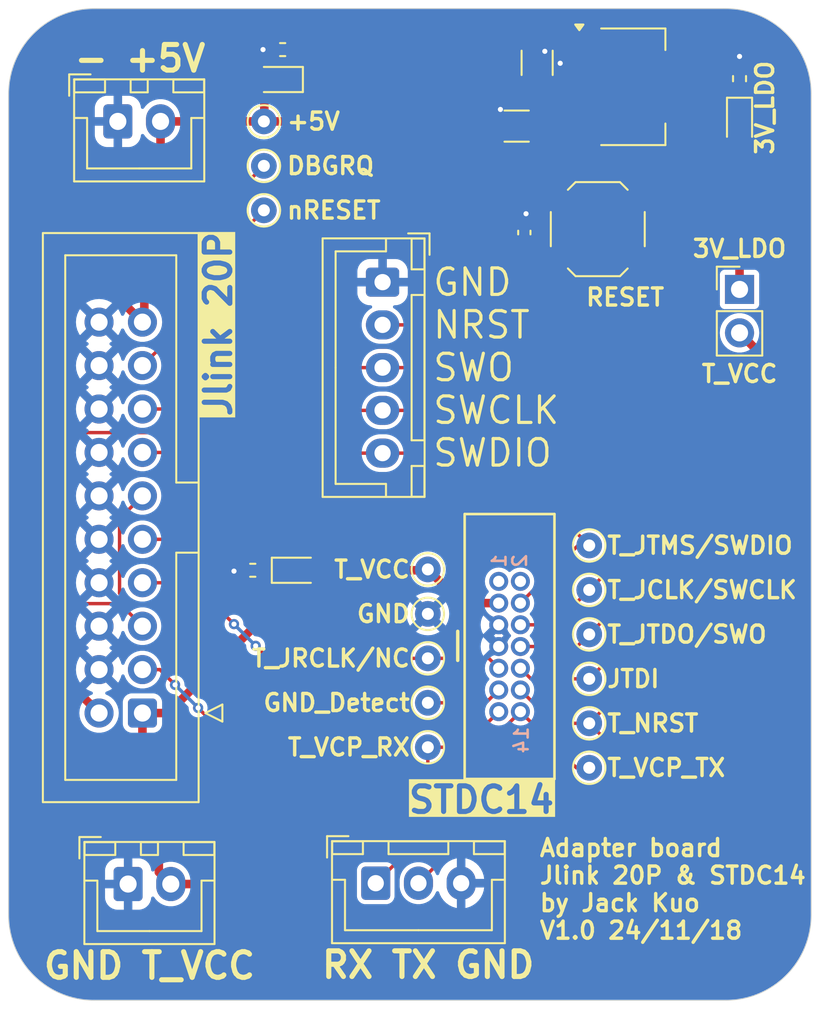
<source format=kicad_pcb>
(kicad_pcb (version 20240108) (generator "pcbnew") (generator_version "8.0")
  (title_block (title "AdapterBoard") (date "2024-11-18") (rev "1.0") (company "NTURacing") (comment 1 "Jlink 20p & STDC 14p") (comment 2 "Jack Kuo"))
  (layers (0 "F.Cu" signal) (31 "B.Cu" signal) (34 "B.Paste" user) (35 "F.Paste" user) (36 "B.SilkS" user "B.Silkscreen") (37 "F.SilkS" user "F.Silkscreen") (38 "B.Mask" user) (39 "F.Mask" user) (44 "Edge.Cuts" user))
  (net 0 "")
  (net 1 "GND")
  (net 2 "/STDIC14_JLINK20p/+5V")
  (net 3 "/STDIC14_JLINK20p/3V_LDO")
  (net 4 "Net-(D1-K)")
  (net 5 "Net-(D2-K)")
  (net 6 "/STDIC14_JLINK20p/DBGRQ")
  (net 7 "/STDIC14_JLINK20p/T_NRST")
  (net 8 "/STDIC14_JLINK20p/T_VCC")
  (net 9 "/STDIC14_JLINK20p/T_JTDI{slash}NC")
  (net 10 "/STDIC14_JLINK20p/nRESET")
  (net 11 "/STDIC14_JLINK20p/T_JCLK{slash}SWCLK")
  (net 12 "/STDIC14_JLINK20p/T_JRCLK{slash}NC")
  (net 13 "/STDIC14_JLINK20p/T_JTMS{slash}SWDIO")
  (net 14 "/STDIC14_JLINK20p/T_JTDO{slash}SWO")
  (net 15 "Net-(D3-K)")
  (net 16 "/STDIC14_JLINK20p/T_VCP_RX")
  (net 17 "/STDIC14_JLINK20p/T_VCP_TX")
  (net 19 "/STDIC14_JLINK20p/GND_Detect")
  (footprint "LED_SMD:LED_0603_1608Metric" (layer "F.Cu") (at 147.2 85.05)
    (property "Reference" "D3" (hide yes))
    (property "Value" "RED T_VCC")
    (fp_line (start -1.485 -0.735) (end -1.485 0.735) (stroke (width 0.12)) (layer "F.SilkS"))
    (fp_line (start -1.485 0.735) (end 0.8 0.735) (stroke (width 0.12)) (layer "F.SilkS"))
    (fp_line (start 0.8 -0.735) (end -1.485 -0.735) (stroke (width 0.12)) (layer "F.SilkS"))
    (pad "1" smd roundrect (at -0.7875 0) (size 0.875 0.95) (layers "F.Cu" "F.Paste" "F.Mask") (net 15 "Net-(D3-K)"))
    (pad "2" smd roundrect (at 0.7875 0) (size 0.875 0.95) (layers "F.Cu" "F.Paste" "F.Mask") (net 8 "/STDIC14_JLINK20p/T_VCC"))
  )
  (footprint "Connector_JST:JST_XH_B2B-XH-A_1x02_P2.50mm_Vertical" (layer "F.Cu") (at 137.3 103.4)
    (property "Reference" "J11" (hide yes))
    (property "Value" "T_VCC")
    (fp_line (start -2.85 -2.75) (end -2.85 -1.5) (stroke (width 0.12)) (layer "F.SilkS"))
    (fp_line (start -2.56 -2.46) (end -2.56 3.51) (stroke (width 0.12)) (layer "F.SilkS"))
    (fp_line (start -2.56 3.51) (end 5.06 3.51) (stroke (width 0.12)) (layer "F.SilkS"))
    (fp_line (start -2.55 -2.45) (end -2.55 -1.7) (stroke (width 0.12)) (layer "F.SilkS"))
    (fp_line (start -2.55 -1.7) (end -0.75 -1.7) (stroke (width 0.12)) (layer "F.SilkS"))
    (fp_line (start -2.55 -0.2) (end -1.8 -0.2) (stroke (width 0.12)) (layer "F.SilkS"))
    (fp_line (start -1.8 -0.2) (end -1.8 2.75) (stroke (width 0.12)) (layer "F.SilkS"))
    (fp_line (start -1.8 2.75) (end 1.25 2.75) (stroke (width 0.12)) (layer "F.SilkS"))
    (fp_line (start -1.6 -2.75) (end -2.85 -2.75) (stroke (width 0.12)) (layer "F.SilkS"))
    (fp_line (start -0.75 -2.45) (end -2.55 -2.45) (stroke (width 0.12)) (layer "F.SilkS"))
    (fp_line (start -0.75 -1.7) (end -0.75 -2.45) (stroke (width 0.12)) (layer "F.SilkS"))
    (fp_line (start 0.75 -2.45) (end 0.75 -1.7) (stroke (width 0.12)) (layer "F.SilkS"))
    (fp_line (start 0.75 -1.7) (end 1.75 -1.7) (stroke (width 0.12)) (layer "F.SilkS"))
    (fp_line (start 1.75 -2.45) (end 0.75 -2.45) (stroke (width 0.12)) (layer "F.SilkS"))
    (fp_line (start 1.75 -1.7) (end 1.75 -2.45) (stroke (width 0.12)) (layer "F.SilkS"))
    (fp_line (start 3.25 -2.45) (end 3.25 -1.7) (stroke (width 0.12)) (layer "F.SilkS"))
    (fp_line (start 3.25 -1.7) (end 5.05 -1.7) (stroke (width 0.12)) (layer "F.SilkS"))
    (fp_line (start 4.3 -0.2) (end 4.3 2.75) (stroke (width 0.12)) (layer "F.SilkS"))
    (fp_line (start 4.3 2.75) (end 1.25 2.75) (stroke (width 0.12)) (layer "F.SilkS"))
    (fp_line (start 5.05 -2.45) (end 3.25 -2.45) (stroke (width 0.12)) (layer "F.SilkS"))
    (fp_line (start 5.05 -1.7) (end 5.05 -2.45) (stroke (width 0.12)) (layer "F.SilkS"))
    (fp_line (start 5.05 -0.2) (end 4.3 -0.2) (stroke (width 0.12)) (layer "F.SilkS"))
    (fp_line (start 5.06 -2.46) (end -2.56 -2.46) (stroke (width 0.12)) (layer "F.SilkS"))
    (fp_line (start 5.06 3.51) (end 5.06 -2.46) (stroke (width 0.12)) (layer "F.SilkS"))
    (pad "1" thru_hole roundrect (at 0 0) (size 1.7 2) (drill 1) (layers "*.Cu" "*.Mask") (roundrect_rratio 0.147059) (net 1 "GND"))
    (pad "2" thru_hole oval (at 2.5 0) (size 1.7 2) (drill 1) (layers "*.Cu" "*.Mask") (net 8 "/STDIC14_JLINK20p/T_VCC"))
  )
  (footprint "Capacitor_SMD:C_0402_1005Metric" (layer "F.Cu") (at 160.5 65.3 90)
    (property "Reference" "C3" (hide yes))
    (property "Value" "0u1")
    (fp_line (start -0.107836 -0.36) (end 0.107836 -0.36) (stroke (width 0.12)) (layer "F.SilkS"))
    (fp_line (start -0.107836 0.36) (end 0.107836 0.36) (stroke (width 0.12)) (layer "F.SilkS"))
    (pad "1" smd roundrect (at -0.48 0 90) (size 0.56 0.62) (layers "F.Cu" "F.Paste" "F.Mask") (net 7 "/STDIC14_JLINK20p/T_NRST"))
    (pad "2" smd roundrect (at 0.48 0 90) (size 0.56 0.62) (layers "F.Cu" "F.Paste" "F.Mask") (net 1 "GND"))
  )
  (footprint "TestPoint:TestPoint_THTPad_D1.5mm_Drill0.7mm" (layer "F.Cu") (at 164.3 83.6)
    (property "Reference" "TP8" (hide yes))
    (property "Value" "T_JTMS/SWDIO")
    (fp_circle (center 0 0) (end 0 0.95) (stroke (width 0.12)) (fill none) (layer "F.SilkS"))
    (pad "1" thru_hole circle (at 0 0) (size 1.5 1.5) (drill 0.7) (layers "*.Cu" "*.Mask") (net 13 "/STDIC14_JLINK20p/T_JTMS{slash}SWDIO"))
  )
  (footprint "TestPoint:TestPoint_THTPad_D1.5mm_Drill0.7mm" (layer "F.Cu") (at 154.85 85)
    (property "Reference" "TP1" (hide yes))
    (property "Value" "T_VCC")
    (fp_circle (center 0 0) (end 0 0.95) (stroke (width 0.12)) (fill none) (layer "F.SilkS"))
    (pad "1" thru_hole circle (at 0 0) (size 1.5 1.5) (drill 0.7) (layers "*.Cu" "*.Mask") (net 8 "/STDIC14_JLINK20p/T_VCC"))
  )
  (footprint "TestPoint:TestPoint_THTPad_D1.5mm_Drill0.7mm" (layer "F.Cu") (at 164.3 86.2)
    (property "Reference" "TP9" (hide yes))
    (property "Value" "T_JCLK/SWCLK")
    (fp_circle (center 0 0) (end 0 0.95) (stroke (width 0.12)) (fill none) (layer "F.SilkS"))
    (pad "1" thru_hole circle (at 0 0) (size 1.5 1.5) (drill 0.7) (layers "*.Cu" "*.Mask") (net 11 "/STDIC14_JLINK20p/T_JCLK{slash}SWCLK"))
  )
  (footprint "Resistor_SMD:R_0402_1005Metric" (layer "F.Cu") (at 146.35 54.6 180)
    (property "Reference" "R2" (hide yes))
    (property "Value" "1k")
    (fp_line (start -0.153641 0.38) (end 0.153641 0.38) (stroke (width 0.12)) (layer "F.SilkS"))
    (fp_line (start -0.153641 -0.38) (end 0.153641 -0.38) (stroke (width 0.12)) (layer "F.SilkS"))
    (pad "1" smd roundrect (at -0.51 0 180) (size 0.54 0.64) (layers "F.Cu" "F.Paste" "F.Mask") (net 5 "Net-(D2-K)"))
    (pad "2" smd roundrect (at 0.51 0 180) (size 0.54 0.64) (layers "F.Cu" "F.Paste" "F.Mask") (net 1 "GND"))
  )
  (footprint "Connector_JST:JST_XH_B5B-XH-A_1x05_P2.50mm_Vertical" (layer "F.Cu") (at 152.2 68.2 -90)
    (property "Reference" "J2" (hide yes))
    (property "Value" "SWD")
    (fp_line (start -2.56 3.51) (end 12.56 3.51) (stroke (width 0.12)) (layer "F.SilkS"))
    (fp_line (start 12.56 3.51) (end 12.56 -2.46) (stroke (width 0.12)) (layer "F.SilkS"))
    (fp_line (start -1.8 2.75) (end 5 2.75) (stroke (width 0.12)) (layer "F.SilkS"))
    (fp_line (start 11.8 2.75) (end 5 2.75) (stroke (width 0.12)) (layer "F.SilkS"))
    (fp_line (start -2.55 -0.2) (end -1.8 -0.2) (stroke (width 0.12)) (layer "F.SilkS"))
    (fp_line (start -1.8 -0.2) (end -1.8 2.75) (stroke (width 0.12)) (layer "F.SilkS"))
    (fp_line (start 11.8 -0.2) (end 11.8 2.75) (stroke (width 0.12)) (layer "F.SilkS"))
    (fp_line (start 12.55 -0.2) (end 11.8 -0.2) (stroke (width 0.12)) (layer "F.SilkS"))
    (fp_line (start -2.55 -1.7) (end -0.75 -1.7) (stroke (width 0.12)) (layer "F.SilkS"))
    (fp_line (start -0.75 -1.7) (end -0.75 -2.45) (stroke (width 0.12)) (layer "F.SilkS"))
    (fp_line (start 0.75 -1.7) (end 9.25 -1.7) (stroke (width 0.12)) (layer "F.SilkS"))
    (fp_line (start 9.25 -1.7) (end 9.25 -2.45) (stroke (width 0.12)) (layer "F.SilkS"))
    (fp_line (start 10.75 -1.7) (end 12.55 -1.7) (stroke (width 0.12)) (layer "F.SilkS"))
    (fp_line (start 12.55 -1.7) (end 12.55 -2.45) (stroke (width 0.12)) (layer "F.SilkS"))
    (fp_line (start -2.55 -2.45) (end -2.55 -1.7) (stroke (width 0.12)) (layer "F.SilkS"))
    (fp_line (start -0.75 -2.45) (end -2.55 -2.45) (stroke (width 0.12)) (layer "F.SilkS"))
    (fp_line (start 0.75 -2.45) (end 0.75 -1.7) (stroke (width 0.12)) (layer "F.SilkS"))
    (fp_line (start 9.25 -2.45) (end 0.75 -2.45) (stroke (width 0.12)) (layer "F.SilkS"))
    (fp_line (start 10.75 -2.45) (end 10.75 -1.7) (stroke (width 0.12)) (layer "F.SilkS"))
    (fp_line (start 12.55 -2.45) (end 10.75 -2.45) (stroke (width 0.12)) (layer "F.SilkS"))
    (fp_line (start -2.56 -2.46) (end -2.56 3.51) (stroke (width 0.12)) (layer "F.SilkS"))
    (fp_line (start 12.56 -2.46) (end -2.56 -2.46) (stroke (width 0.12)) (layer "F.SilkS"))
    (fp_line (start -2.85 -2.75) (end -2.85 -1.5) (stroke (width 0.12)) (layer "F.SilkS"))
    (fp_line (start -1.6 -2.75) (end -2.85 -2.75) (stroke (width 0.12)) (layer "F.SilkS"))
    (pad "1" thru_hole roundrect (at 0 0 270) (size 1.7 1.95) (drill 0.95) (layers "*.Cu" "*.Mask") (roundrect_rratio 0.147059) (net 1 "GND"))
    (pad "2" thru_hole oval (at 2.5 0 270) (size 1.7 1.95) (drill 0.95) (layers "*.Cu" "*.Mask") (net 7 "/STDIC14_JLINK20p/T_NRST"))
    (pad "3" thru_hole oval (at 5 0 270) (size 1.7 1.95) (drill 0.95) (layers "*.Cu" "*.Mask") (net 14 "/STDIC14_JLINK20p/T_JTDO{slash}SWO"))
    (pad "4" thru_hole oval (at 7.5 0 270) (size 1.7 1.95) (drill 0.95) (layers "*.Cu" "*.Mask") (net 11 "/STDIC14_JLINK20p/T_JCLK{slash}SWCLK"))
    (pad "5" thru_hole oval (at 10 0 270) (size 1.7 1.95) (drill 0.95) (layers "*.Cu" "*.Mask") (net 13 "/STDIC14_JLINK20p/T_JTMS{slash}SWDIO"))
  )
  (footprint "TestPoint:TestPoint_THTPad_D1.5mm_Drill0.7mm" (layer "F.Cu") (at 164.3 91.4)
    (property "Reference" "TP12" (hide yes))
    (property "Value" "T_JTDI/NC")
    (fp_circle (center 0 0) (end 0 0.95) (stroke (width 0.12)) (fill none) (layer "F.SilkS"))
    (pad "1" thru_hole circle (at 0 0) (size 1.5 1.5) (drill 0.7) (layers "*.Cu" "*.Mask") (net 9 "/STDIC14_JLINK20p/T_JTDI{slash}NC"))
  )
  (footprint "TestPoint:TestPoint_THTPad_D1.5mm_Drill0.7mm" (layer "F.Cu") (at 154.85 95.4)
    (property "Reference" "TP5" (hide yes))
    (property "Value" "T_VCP_RX")
    (fp_circle (center 0 0) (end 0 0.95) (stroke (width 0.12)) (fill none) (layer "F.SilkS"))
    (pad "1" thru_hole circle (at 0 0) (size 1.5 1.5) (drill 0.7) (layers "*.Cu" "*.Mask") (net 16 "/STDIC14_JLINK20p/T_VCP_RX"))
  )
  (footprint "Resistor_SMD:R_0402_1005Metric" (layer "F.Cu") (at 173.1 56.3 90)
    (property "Reference" "R1" (hide yes))
    (property "Value" "1k")
    (fp_line (start -0.153641 -0.38) (end 0.153641 -0.38) (stroke (width 0.12)) (layer "F.SilkS"))
    (fp_line (start -0.153641 0.38) (end 0.153641 0.38) (stroke (width 0.12)) (layer "F.SilkS"))
    (pad "1" smd roundrect (at -0.51 0 90) (size 0.54 0.64) (layers "F.Cu" "F.Paste" "F.Mask") (net 4 "Net-(D1-K)"))
    (pad "2" smd roundrect (at 0.51 0 90) (size 0.54 0.64) (layers "F.Cu" "F.Paste" "F.Mask") (net 1 "GND"))
  )
  (footprint "Connector_IDC:IDC-Header_2x10_P2.54mm_Vertical" (layer "F.Cu") (at 138.14 93.4 180)
    (property "Reference" "J1" (hide yes))
    (property "Value" "Jlink20p")
    (fp_line (start 5.83 28.07) (end -3.29 28.07) (stroke (width 0.12)) (layer "F.SilkS"))
    (fp_line (start 5.83 -5.21) (end 5.83 28.07) (stroke (width 0.12)) (layer "F.SilkS"))
    (fp_line (start 4.52 26.77) (end -1.98 26.77) (stroke (width 0.12)) (layer "F.SilkS"))
    (fp_line (start 4.52 -3.91) (end 4.52 26.77) (stroke (width 0.12)) (layer "F.SilkS"))
    (fp_line (start -1.98 26.77) (end -1.98 13.48) (stroke (width 0.12)) (layer "F.SilkS"))
    (fp_line (start -1.98 13.48) (end -1.98 13.48) (stroke (width 0.12)) (layer "F.SilkS"))
    (fp_line (start -1.98 13.48) (end -3.29 13.48) (stroke (width 0.12)) (layer "F.SilkS"))
    (fp_line (start -1.98 9.38) (end -1.98 -3.91) (stroke (width 0.12)) (layer "F.SilkS"))
    (fp_line (start -1.98 -3.91) (end 4.52 -3.91) (stroke (width 0.12)) (layer "F.SilkS"))
    (fp_line (start -3.29 28.07) (end -3.29 -5.21) (stroke (width 0.12)) (layer "F.SilkS"))
    (fp_line (start -3.29 9.38) (end -1.98 9.38) (stroke (width 0.12)) (layer "F.SilkS"))
    (fp_line (start -3.29 -5.21) (end 5.83 -5.21) (stroke (width 0.12)) (layer "F.SilkS"))
    (fp_line (start -3.68 0) (end -4.68 -0.5) (stroke (width 0.12)) (layer "F.SilkS"))
    (fp_line (start -4.68 0.5) (end -3.68 0) (stroke (width 0.12)) (layer "F.SilkS"))
    (fp_line (start -4.68 -0.5) (end -4.68 0.5) (stroke (width 0.12)) (layer "F.SilkS"))
    (pad "1" thru_hole roundrect (at 0 0 180) (size 1.7 1.7) (drill 1) (layers "*.Cu" "*.Mask") (roundrect_rratio 0.147059) (net 8 "/STDIC14_JLINK20p/T_VCC"))
    (pad "2" thru_hole circle (at 2.54 0 180) (size 1.7 1.7) (drill 1) (layers "*.Cu" "*.Mask") (net 2 "/STDIC14_JLINK20p/+5V"))
    (pad "3" thru_hole circle (at 0 2.54 180) (size 1.7 1.7) (drill 1) (layers "*.Cu" "*.Mask") (net 7 "/STDIC14_JLINK20p/T_NRST"))
    (pad "4" thru_hole circle (at 2.54 2.54 180) (size 1.7 1.7) (drill 1) (layers "*.Cu" "*.Mask") (net 1 "GND"))
    (pad "5" thru_hole circle (at 0 5.08 180) (size 1.7 1.7) (drill 1) (layers "*.Cu" "*.Mask") (net 9 "/STDIC14_JLINK20p/T_JTDI{slash}NC"))
    (pad "6" thru_hole circle (at 2.54 5.08 180) (size 1.7 1.7) (drill 1) (layers "*.Cu" "*.Mask") (net 1 "GND"))
    (pad "7" thru_hole circle (at 0 7.62 180) (size 1.7 1.7) (drill 1) (layers "*.Cu" "*.Mask") (net 13 "/STDIC14_JLINK20p/T_JTMS{slash}SWDIO"))
    (pad "8" thru_hole circle (at 2.54 7.62 180) (size 1.7 1.7) (drill 1) (layers "*.Cu" "*.Mask") (net 1 "GND"))
    (pad "9" thru_hole circle (at 0 10.16 180) (size 1.7 1.7) (drill 1) (layers "*.Cu" "*.Mask") (net 11 "/STDIC14_JLINK20p/T_JCLK{slash}SWCLK"))
    (pad "10" thru_hole circle (at 2.54 10.16 180) (size 1.7 1.7) (drill 1) (layers "*.Cu" "*.Mask") (net 1 "GND"))
    (pad "11" thru_hole circle (at 0 12.7 180) (size 1.7 1.7) (drill 1) (layers "*.Cu" "*.Mask") (net 12 "/STDIC14_JLINK20p/T_JRCLK{slash}NC"))
    (pad "12" thru_hole circle (at 2.54 12.7 180) (size 1.7 1.7) (drill 1) (layers "*.Cu" "*.Mask") (net 1 "GND"))
    (pad "13" thru_hole circle (at 0 15.24 180) (size 1.7 1.7) (drill 1) (layers "*.Cu" "*.Mask") (net 14 "/STDIC14_JLINK20p/T_JTDO{slash}SWO"))
    (pad "14" thru_hole circle (at 2.54 15.24 180) (size 1.7 1.7) (drill 1) (layers "*.Cu" "*.Mask") (net 1 "GND"))
    (pad "15" thru_hole circle (at 0 17.78 180) (size 1.7 1.7) (drill 1) (layers "*.Cu" "*.Mask") (net 10 "/STDIC14_JLINK20p/nRESET"))
    (pad "16" thru_hole circle (at 2.54 17.78 180) (size 1.7 1.7) (drill 1) (layers "*.Cu" "*.Mask") (net 1 "GND"))
    (pad "17" thru_hole circle (at 0 20.32 180) (size 1.7 1.7) (drill 1) (layers "*.Cu" "*.Mask") (net 6 "/STDIC14_JLINK20p/DBGRQ"))
    (pad "18" thru_hole circle (at 2.54 20.32 180) (size 1.7 1.7) (drill 1) (layers "*.Cu" "*.Mask") (net 1 "GND"))
    (pad "19" thru_hole circle (at 0 22.86 180) (size 1.7 1.7) (drill 1) (layers "*.Cu" "*.Mask") (net 2 "/STDIC14_JLINK20p/+5V"))
    (pad "20" thru_hole circle (at 2.54 22.86 180) (size 1.7 1.7) (drill 1) (layers "*.Cu" "*.Mask") (net 1 "GND"))
  )
  (footprint "TestPoint:TestPoint_THTPad_D1.5mm_Drill0.7mm" (layer "F.Cu") (at 164.3 94)
    (property "Reference" "TP11" (hide yes))
    (property "Value" "T_NRST")
    (fp_circle (center 0 0) (end 0 0.95) (stroke (width 0.12)) (fill none) (layer "F.SilkS"))
    (pad "1" thru_hole circle (at 0 0) (size 1.5 1.5) (drill 0.7) (layers "*.Cu" "*.Mask") (net 7 "/STDIC14_JLINK20p/T_NRST"))
  )
  (footprint "LED_SMD:LED_0603_1608Metric" (layer "F.Cu") (at 173.1 58.9 -90)
    (property "Reference" "D1" (hide yes))
    (property "Value" "RED 3V3")
    (fp_line (start -1.485 0.735) (end 0.8 0.735) (stroke (width 0.12)) (layer "F.SilkS"))
    (fp_line (start -1.485 -0.735) (end -1.485 0.735) (stroke (width 0.12)) (layer "F.SilkS"))
    (fp_line (start 0.8 -0.735) (end -1.485 -0.735) (stroke (width 0.12)) (layer "F.SilkS"))
    (pad "1" smd roundrect (at -0.7875 0 270) (size 0.875 0.95) (layers "F.Cu" "F.Paste" "F.Mask") (net 4 "Net-(D1-K)"))
    (pad "2" smd roundrect (at 0.7875 0 270) (size 0.875 0.95) (layers "F.Cu" "F.Paste" "F.Mask") (net 3 "/STDIC14_JLINK20p/3V_LDO"))
  )
  (footprint "TestPoint:TestPoint_THTPad_D1.5mm_Drill0.7mm" (layer "F.Cu") (at 164.3 88.8)
    (property "Reference" "TP10" (hide yes))
    (property "Value" "T_JTDO/SWO")
    (fp_circle (center 0 0) (end 0 0.95) (stroke (width 0.12)) (fill none) (layer "F.SilkS"))
    (pad "1" thru_hole circle (at 0 0) (size 1.5 1.5) (drill 0.7) (layers "*.Cu" "*.Mask") (net 14 "/STDIC14_JLINK20p/T_JTDO{slash}SWO"))
  )
  (footprint "Resistor_SMD:R_0402_1005Metric" (layer "F.Cu") (at 144.6 85.05 180)
    (property "Reference" "R3" (hide yes))
    (property "Value" "1k")
    (fp_line (start -0.153641 0.38) (end 0.153641 0.38) (stroke (width 0.12)) (layer "F.SilkS"))
    (fp_line (start -0.153641 -0.38) (end 0.153641 -0.38) (stroke (width 0.12)) (layer "F.SilkS"))
    (pad "1" smd roundrect (at -0.51 0 180) (size 0.54 0.64) (layers "F.Cu" "F.Paste" "F.Mask") (net 15 "Net-(D3-K)"))
    (pad "2" smd roundrect (at 0.51 0 180) (size 0.54 0.64) (layers "F.Cu" "F.Paste" "F.Mask") (net 1 "GND"))
  )
  (footprint "Package_TO_SOT_SMD:SOT-223-3_TabPin2" (layer "F.Cu") (at 166.85 56.775)
    (property "Reference" "U1" (hide yes))
    (property "Value" "AMS1117-3.3")
    (fp_line (start -1.85 -3.41) (end 1.91 -3.41) (stroke (width 0.12)) (layer "F.SilkS"))
    (fp_line (start -1.85 3.41) (end 1.91 3.41) (stroke (width 0.12)) (layer "F.SilkS"))
    (fp_line (start 1.91 -3.41) (end 1.91 -2.15) (stroke (width 0.12)) (layer "F.SilkS"))
    (fp_line (start 1.91 3.41) (end 1.91 2.15) (stroke (width 0.12)) (layer "F.SilkS"))
    (fp_poly (pts (xy -3.13 -3.31) (xy -3.37 -3.64) (xy -2.89 -3.64) (xy -3.13 -3.31)) (stroke (width 0.12)) (fill solid) (layer "F.SilkS"))
    (pad "1" smd roundrect (at -3.15 -2.3) (size 2 1.5) (layers "F.Cu" "F.Paste" "F.Mask") (net 1 "GND"))
    (pad "2" smd roundrect (at -3.15 0) (size 2 1.5) (layers "F.Cu" "F.Paste" "F.Mask") (net 3 "/STDIC14_JLINK20p/3V_LDO"))
    (pad "2" smd roundrect (at 3.15 0) (size 2 3.8) (layers "F.Cu" "F.Paste" "F.Mask") (net 3 "/STDIC14_JLINK20p/3V_LDO"))
    (pad "3" smd roundrect (at -3.15 2.3) (size 2 1.5) (layers "F.Cu" "F.Paste" "F.Mask") (net 2 "/STDIC14_JLINK20p/+5V"))
  )
  (footprint "Connector_JST:JST_XH_B2B-XH-A_1x02_P2.50mm_Vertical" (layer "F.Cu") (at 136.7 58.8)
    (property "Reference" "J13" (hide yes))
    (property "Value" "5V")
    (fp_line (start -2.85 -2.75) (end -2.85 -1.5) (stroke (width 0.12)) (layer "F.SilkS"))
    (fp_line (start -2.56 -2.46) (end -2.56 3.51) (stroke (width 0.12)) (layer "F.SilkS"))
    (fp_line (start -2.56 3.51) (end 5.06 3.51) (stroke (width 0.12)) (layer "F.SilkS"))
    (fp_line (start -2.55 -2.45) (end -2.55 -1.7) (stroke (width 0.12)) (layer "F.SilkS"))
    (fp_line (start -2.55 -1.7) (end -0.75 -1.7) (stroke (width 0.12)) (layer "F.SilkS"))
    (fp_line (start -2.55 -0.2) (end -1.8 -0.2) (stroke (width 0.12)) (layer "F.SilkS"))
    (fp_line (start -1.8 -0.2) (end -1.8 2.75) (stroke (width 0.12)) (layer "F.SilkS"))
    (fp_line (start -1.8 2.75) (end 1.25 2.75) (stroke (width 0.12)) (layer "F.SilkS"))
    (fp_line (start -1.6 -2.75) (end -2.85 -2.75) (stroke (width 0.12)) (layer "F.SilkS"))
    (fp_line (start -0.75 -2.45) (end -2.55 -2.45) (stroke (width 0.12)) (layer "F.SilkS"))
    (fp_line (start -0.75 -1.7) (end -0.75 -2.45) (stroke (width 0.12)) (layer "F.SilkS"))
    (fp_line (start 0.75 -2.45) (end 0.75 -1.7) (stroke (width 0.12)) (layer "F.SilkS"))
    (fp_line (start 0.75 -1.7) (end 1.75 -1.7) (stroke (width 0.12)) (layer "F.SilkS"))
    (fp_line (start 1.75 -2.45) (end 0.75 -2.45) (stroke (width 0.12)) (layer "F.SilkS"))
    (fp_line (start 1.75 -1.7) (end 1.75 -2.45) (stroke (width 0.12)) (layer "F.SilkS"))
    (fp_line (start 3.25 -2.45) (end 3.25 -1.7) (stroke (width 0.12)) (layer "F.SilkS"))
    (fp_line (start 3.25 -1.7) (end 5.05 -1.7) (stroke (width 0.12)) (layer "F.SilkS"))
    (fp_line (start 4.3 -0.2) (end 4.3 2.75) (stroke (width 0.12)) (layer "F.SilkS"))
    (fp_line (start 4.3 2.75) (end 1.25 2.75) (stroke (width 0.12)) (layer "F.SilkS"))
    (fp_line (start 5.05 -2.45) (end 3.25 -2.45) (stroke (width 0.12)) (layer "F.SilkS"))
    (fp_line (start 5.05 -1.7) (end 5.05 -2.45) (stroke (width 0.12)) (layer "F.SilkS"))
    (fp_line (start 5.05 -0.2) (end 4.3 -0.2) (stroke (width 0.12)) (layer "F.SilkS"))
    (fp_line (start 5.06 -2.46) (end -2.56 -2.46) (stroke (width 0.12)) (layer "F.SilkS"))
    (fp_line (start 5.06 3.51) (end 5.06 -2.46) (stroke (width 0.12)) (layer "F.SilkS"))
    (pad "1" thru_hole roundrect (at 0 0) (size 1.7 2) (drill 1) (layers "*.Cu" "*.Mask") (roundrect_rratio 0.147059) (net 1 "GND"))
    (pad "2" thru_hole oval (at 2.5 0) (size 1.7 2) (drill 1) (layers "*.Cu" "*.Mask") (net 2 "/STDIC14_JLINK20p/+5V"))
  )
  (footprint "TestPoint:TestPoint_THTPad_D1.5mm_Drill0.7mm" (layer "F.Cu") (at 154.85 92.8)
    (property "Reference" "TP4" (hide yes))
    (property "Value" "GND_DETECT")
    (fp_circle (center 0 0) (end 0 0.95) (stroke (width 0.12)) (fill none) (layer "F.SilkS"))
    (pad "1" thru_hole circle (at 0 0) (size 1.5 1.5) (drill 0.7) (layers "*.Cu" "*.Mask") (net 19 "/STDIC14_JLINK20p/GND_Detect"))
  )
  (footprint "TestPoint:TestPoint_THTPad_D1.5mm_Drill0.7mm" (layer "F.Cu") (at 154.85 87.6)
    (property "Reference" "TP2" (hide yes))
    (property "Value" "T_VCC")
    (fp_circle (center 0 0) (end 0 0.95) (stroke (width 0.12)) (fill none) (layer "F.SilkS"))
    (pad "1" thru_hole circle (at 0 0) (size 1.5 1.5) (drill 0.7) (layers "*.Cu" "*.Mask") (net 1 "GND"))
  )
  (footprint "LED_SMD:LED_0603_1608Metric" (layer "F.Cu") (at 146.05 56.35 180)
    (property "Reference" "D2" (hide yes))
    (property "Value" "RED 5V")
    (fp_line (start 0.8 -0.735) (end -1.485 -0.735) (stroke (width 0.12)) (layer "F.SilkS"))
    (fp_line (start -1.485 0.735) (end 0.8 0.735) (stroke (width 0.12)) (layer "F.SilkS"))
    (fp_line (start -1.485 -0.735) (end -1.485 0.735) (stroke (width 0.12)) (layer "F.SilkS"))
    (pad "1" smd roundrect (at -0.7875 0 180) (size 0.875 0.95) (layers "F.Cu" "F.Paste" "F.Mask") (net 5 "Net-(D2-K)"))
    (pad "2" smd roundrect (at 0.7875 0 180) (size 0.875 0.95) (layers "F.Cu" "F.Paste" "F.Mask") (net 2 "/STDIC14_JLINK20p/+5V"))
  )
  (footprint "TestPoint:TestPoint_THTPad_D1.5mm_Drill0.7mm" (layer "F.Cu") (at 145.25 58.8)
    (property "Reference" "TP16" (hide yes))
    (property "Value" "+5V")
    (fp_circle (center 0 0) (end 0 0.95) (stroke (width 0.12)) (fill none) (layer "F.SilkS"))
    (pad "1" thru_hole circle (at 0 0) (size 1.5 1.5) (drill 0.7) (layers "*.Cu" "*.Mask") (net 2 "/STDIC14_JLINK20p/+5V"))
  )
  (footprint "TestPoint:TestPoint_THTPad_D1.5mm_Drill0.7mm" (layer "F.Cu") (at 164.3 96.6)
    (property "Reference" "TP13" (hide yes))
    (property "Value" "T_VCP_TX")
    (fp_circle (center 0 0) (end 0 0.95) (stroke (width 0.12)) (fill none) (layer "F.SilkS"))
    (pad "1" thru_hole circle (at 0 0) (size 1.5 1.5) (drill 0.7) (layers "*.Cu" "*.Mask") (net 17 "/STDIC14_JLINK20p/T_VCP_TX"))
  )
  (footprint "TestPoint:TestPoint_THTPad_D1.5mm_Drill0.7mm" (layer "F.Cu") (at 145.25 64)
    (property "Reference" "TP14" (hide yes))
    (property "Value" "nRESET")
    (fp_circle (center 0 0) (end 0 0.95) (stroke (width 0.12)) (fill none) (layer "F.SilkS"))
    (pad "1" thru_hole circle (at 0 0) (size 1.5 1.5) (drill 0.7) (layers "*.Cu" "*.Mask") (net 10 "/STDIC14_JLINK20p/nRESET"))
  )
  (footprint "TestPoint:TestPoint_THTPad_D1.5mm_Drill0.7mm" (layer "F.Cu") (at 145.25 61.4)
    (property "Reference" "TP15" (hide yes))
    (property "Value" "DBGRQ")
    (fp_circle (center 0 0) (end 0 0.95) (stroke (width 0.12)) (fill none) (layer "F.SilkS"))
    (pad "1" thru_hole circle (at 0 0) (size 1.5 1.5) (drill 0.7) (layers "*.Cu" "*.Mask") (net 6 "/STDIC14_JLINK20p/DBGRQ"))
  )
  (footprint "Connector_JST:JST_XH_B3B-XH-A_1x03_P2.50mm_Vertical" (layer "F.Cu") (at 151.8 103.35)
    (property "Reference" "J12" (hide yes))
    (property "Value" "VCP_UART")
    (fp_line (start -2.85 -2.75) (end -2.85 -1.5) (stroke (width 0.12)) (layer "F.SilkS"))
    (fp_line (start -2.56 -2.46) (end -2.56 3.51) (stroke (width 0.12)) (layer "F.SilkS"))
    (fp_line (start -2.56 3.51) (end 7.56 3.51) (stroke (width 0.12)) (layer "F.SilkS"))
    (fp_line (start -2.55 -2.45) (end -2.55 -1.7) (stroke (width 0.12)) (layer "F.SilkS"))
    (fp_line (start -2.55 -1.7) (end -0.75 -1.7) (stroke (width 0.12)) (layer "F.SilkS"))
    (fp_line (start -2.55 -0.2) (end -1.8 -0.2) (stroke (width 0.12)) (layer "F.SilkS"))
    (fp_line (start -1.8 -0.2) (end -1.8 2.75) (stroke (width 0.12)) (layer "F.SilkS"))
    (fp_line (start -1.8 2.75) (end 2.5 2.75) (stroke (width 0.12)) (layer "F.SilkS"))
    (fp_line (start -1.6 -2.75) (end -2.85 -2.75) (stroke (width 0.12)) (layer "F.SilkS"))
    (fp_line (start -0.75 -2.45) (end -2.55 -2.45) (stroke (width 0.12)) (layer "F.SilkS"))
    (fp_line (start -0.75 -1.7) (end -0.75 -2.45) (stroke (width 0.12)) (layer "F.SilkS"))
    (fp_line (start 0.75 -2.45) (end 0.75 -1.7) (stroke (width 0.12)) (layer "F.SilkS"))
    (fp_line (start 0.75 -1.7) (end 4.25 -1.7) (stroke (width 0.12)) (layer "F.SilkS"))
    (fp_line (start 4.25 -2.45) (end 0.75 -2.45) (stroke (width 0.12)) (layer "F.SilkS"))
    (fp_line (start 4.25 -1.7) (end 4.25 -2.45) (stroke (width 0.12)) (layer "F.SilkS"))
    (fp_line (start 5.75 -2.45) (end 5.75 -1.7) (stroke (width 0.12)) (layer "F.SilkS"))
    (fp_line (start 5.75 -1.7) (end 7.55 -1.7) (stroke (width 0.12)) (layer "F.SilkS"))
    (fp_line (start 6.8 -0.2) (end 6.8 2.75) (stroke (width 0.12)) (layer "F.SilkS"))
    (fp_line (start 6.8 2.75) (end 2.5 2.75) (stroke (width 0.12)) (layer "F.SilkS"))
    (fp_line (start 7.55 -2.45) (end 5.75 -2.45) (stroke (width 0.12)) (layer "F.SilkS"))
    (fp_line (start 7.55 -1.7) (end 7.55 -2.45) (stroke (width 0.12)) (layer "F.SilkS"))
    (fp_line (start 7.55 -0.2) (end 6.8 -0.2) (stroke (width 0.12)) (layer "F.SilkS"))
    (fp_line (start 7.56 -2.46) (end -2.56 -2.46) (stroke (width 0.12)) (layer "F.SilkS"))
    (fp_line (start 7.56 3.51) (end 7.56 -2.46) (stroke (width 0.12)) (layer "F.SilkS"))
    (pad "1" thru_hole roundrect (at 0 0) (size 1.7 1.95) (drill 0.95) (layers "*.Cu" "*.Mask") (roundrect_rratio 0.147059) (net 16 "/STDIC14_JLINK20p/T_VCP_RX"))
    (pad "2" thru_hole oval (at 2.5 0) (size 1.7 1.95) (drill 0.95) (layers "*.Cu" "*.Mask") (net 17 "/STDIC14_JLINK20p/T_VCP_TX"))
    (pad "3" thru_hole oval (at 5 0) (size 1.7 1.95) (drill 0.95) (layers "*.Cu" "*.Mask") (net 1 "GND"))
  )
  (footprint "Capacitor_SMD:C_1206_3216Metric" (layer "F.Cu") (at 161.25 55.375 90)
    (property "Reference" "C2" (hide yes))
    (property "Value" "47u 10V")
    (fp_line (start -0.711252 -0.91) (end 0.711252 -0.91) (stroke (width 0.12)) (layer "F.SilkS"))
    (fp_line (start -0.711252 0.91) (end 0.711252 0.91) (stroke (width 0.12)) (layer "F.SilkS"))
    (pad "1" smd roundrect (at -1.475 0 90) (size 1.15 1.8) (layers "F.Cu" "F.Paste" "F.Mask") (roundrect_rratio 0.217391) (net 3 "/STDIC14_JLINK20p/3V_LDO"))
    (pad "2" smd roundrect (at 1.475 0 90) (size 1.15 1.8) (layers "F.Cu" "F.Paste" "F.Mask") (roundrect_rratio 0.217391) (net 1 "GND"))
  )
  (footprint "nturt_kicad_lib_EP6:box_header_14P_pitch127" (layer "F.Cu") (at 159 85.7 90)
    (property "Reference" "J17" (hide yes))
    (property "Value" "STDIC 14p")
    (fp_line (start -4.62 -2.4) (end -2.92 -2.4) (stroke (width 0.2)) (layer "F.SilkS"))
    (fp_line (start 3.937 -1.9939) (end -11.557 -1.9939) (stroke (width 0.1524)) (layer "F.SilkS"))
    (fp_line (start -11.557 -1.9939) (end -11.557 3.2639) (stroke (width 0.1524)) (layer "F.SilkS"))
    (fp_line (start 3.937 3.2639) (end 3.937 -1.9939) (stroke (width 0.1524)) (layer "F.SilkS"))
    (fp_line (start -11.557 3.2639) (end 3.937 3.2639) (stroke (width 0.1524)) (layer "F.SilkS"))
    (fp_text user "1" (at 1.68 0.5 90) (layer "B.SilkS") (effects (font (size 0.8 0.8) (thickness 0.15) (bold yes)) (justify left bottom mirror)))
    (fp_text user "2" (at 1.68 1.7 90) (layer "B.SilkS") (effects (font (size 0.8 0.8) (thickness 0.15) (bold yes)) (justify left bottom mirror)))
    (fp_text user "14" (at -8.42 1.8 90) (layer "B.SilkS") (effects (font (size 0.8 0.8) (thickness 0.15) (bold yes)) (justify left bottom mirror)))
    (pad "1" thru_hole circle (at 0 0 90) (size 1.11 1.11) (drill 0.6604) (layers "*.Cu" "*.Mask"))
    (pad "2" thru_hole circle (at 0 1.27 90) (size 1.11 1.11) (drill 0.6604) (layers "*.Cu" "*.Mask"))
    (pad "3" thru_hole circle (at -1.27 0 90) (size 1.11 1.11) (drill 0.6604) (layers "*.Cu" "*.Mask") (net 8 "/STDIC14_JLINK20p/T_VCC"))
    (pad "4" thru_hole circle (at -1.27 1.27 90) (size 1.11 1.11) (drill 0.6604) (layers "*.Cu" "*.Mask") (net 13 "/STDIC14_JLINK20p/T_JTMS{slash}SWDIO"))
    (pad "5" thru_hole circle (at -2.54 0 90) (size 1.11 1.11) (drill 0.6604) (layers "*.Cu" "*.Mask") (net 1 "GND"))
    (pad "6" thru_hole circle (at -2.54 1.27 90) (size 1.11 1.11) (drill 0.6604) (layers "*.Cu" "*.Mask") (net 11 "/STDIC14_JLINK20p/T_JCLK{slash}SWCLK"))
    (pad "7" thru_hole circle (at -3.81 0 90) (size 1.11 1.11) (drill 0.6604) (layers "*.Cu" "*.Mask") (net 1 "GND"))
    (pad "8" thru_hole circle (at -3.81 1.27 90) (size 1.11 1.11) (drill 0.6604) (layers "*.Cu" "*.Mask") (net 14 "/STDIC14_JLINK20p/T_JTDO{slash}SWO"))
    (pad "9" thru_hole circle (at -5.08 0 90) (size 1.11 1.11) (drill 0.6604) (layers "*.Cu" "*.Mask") (net 12 "/STDIC14_JLINK20p/T_JRCLK{slash}NC"))
    (pad "10" thru_hole circle (at -5.08 1.27 90) (size 1.11 1.11) (drill 0.6604) (layers "*.Cu" "*.Mask") (net 9 "/STDIC14_JLINK20p/T_JTDI{slash}NC"))
    (pad "11" thru_hole circle (at -6.35 0 90) (size 1.11 1.11) (drill 0.6604) (layers "*.Cu" "*.Mask") (net 19 "/STDIC14_JLINK20p/GND_Detect"))
    (pad "12" thru_hole circle (at -6.35 1.27 90) (size 1.11 1.11) (drill 0.6604) (layers "*.Cu" "*.Mask") (net 7 "/STDIC14_JLINK20p/T_NRST"))
    (pad "13" thru_hole circle (at -7.62 0 90) (size 1.11 1.11) (drill 0.6604) (layers "*.Cu" "*.Mask") (net 16 "/STDIC14_JLINK20p/T_VCP_RX"))
    (pad "14" thru_hole circle (at -7.62 1.27 90) (size 1.11 1.11) (drill 0.6604) (layers "*.Cu" "*.Mask") (net 17 "/STDIC14_JLINK20p/T_VCP_TX"))
  )
  (footprint "Button_Switch_SMD:SW_Push_1P1T_XKB_TS-1187A" (layer "F.Cu") (at 164.8 65.1)
    (property "Reference" "SW1" (hide yes))
    (property "Value" "TS-1187A-B-A-B")
    (fp_line (start -2.75 -1) (end -2.75 1) (stroke (width 0.12)) (layer "F.SilkS"))
    (fp_line (start -1.75 -2.3) (end -1.3 -2.75) (stroke (width 0.12)) (layer "F.SilkS"))
    (fp_line (start -1.75 2.3) (end -1.3 2.75) (stroke (width 0.12)) (layer "F.SilkS"))
    (fp_line (start -1.3 -2.75) (end 1.3 -2.75) (stroke (width 0.12)) (layer "F.SilkS"))
    (fp_line (start -1.3 2.75) (end 1.3 2.75) (stroke (width 0.12)) (layer "F.SilkS"))
    (fp_line (start 1.75 -2.3) (end 1.3 -2.75) (stroke (width 0.12)) (layer "F.SilkS"))
    (fp_line (start 1.75 2.3) (end 1.3 2.75) (stroke (width 0.12)) (layer "F.SilkS"))
    (fp_line (start 2.75 -1) (end 2.75 1) (stroke (width 0.12)) (layer "F.SilkS"))
    (pad "1" smd rect (at -3 -1.875) (size 1 0.75) (layers "F.Cu" "F.Paste" "F.Mask") (net 1 "GND"))
    (pad "1" smd rect (at 3 -1.875) (size 1 0.75) (layers "F.Cu" "F.Paste" "F.Mask") (net 1 "GND"))
    (pad "2" smd rect (at -3 1.875) (size 1 0.75) (layers "F.Cu" "F.Paste" "F.Mask") (net 7 "/STDIC14_JLINK20p/T_NRST"))
    (pad "2" smd rect (at 3 1.875) (size 1 0.75) (layers "F.Cu" "F.Paste" "F.Mask") (net 7 "/STDIC14_JLINK20p/T_NRST"))
  )
  (footprint "Connector_PinHeader_2.54mm:PinHeader_1x02_P2.54mm_Vertical" (layer "F.Cu") (at 173.1 68.625)
    (property "Reference" "JP1" (hide yes))
    (property "Value" "3.3V T_VCC")
    (fp_line (start -1.33 -1.33) (end 0 -1.33) (stroke (width 0.12)) (layer "F.SilkS"))
    (fp_line (start -1.33 0) (end -1.33 -1.33) (stroke (width 0.12)) (layer "F.SilkS"))
    (fp_line (start -1.33 1.27) (end -1.33 3.87) (stroke (width 0.12)) (layer "F.SilkS"))
    (fp_line (start -1.33 1.27) (end 1.33 1.27) (stroke (width 0.12)) (layer "F.SilkS"))
    (fp_line (start -1.33 3.87) (end 1.33 3.87) (stroke (width 0.12)) (layer "F.SilkS"))
    (fp_line (start 1.33 1.27) (end 1.33 3.87) (stroke (width 0.12)) (layer "F.SilkS"))
    (pad "1" thru_hole rect (at 0 0) (size 1.7 1.7) (drill 1) (layers "*.Cu" "*.Mask") (net 3 "/STDIC14_JLINK20p/3V_LDO"))
    (pad "2" thru_hole oval (at 0 2.54) (size 1.7 1.7) (drill 1) (layers "*.Cu" "*.Mask") (net 8 "/STDIC14_JLINK20p/T_VCC"))
  )
  (footprint "Capacitor_SMD:C_1206_3216Metric" (layer "F.Cu") (at 160.05 59.075 180)
    (property "Reference" "C1" (hide yes))
    (property "Value" "47u 10V")
    (fp_line (start -0.711252 0.91) (end 0.711252 0.91) (stroke (width 0.12)) (layer "F.SilkS"))
    (fp_line (start -0.711252 -0.91) (end 0.711252 -0.91) (stroke (width 0.12)) (layer "F.SilkS"))
    (pad "1" smd roundrect (at -1.475 0 180) (size 1.15 1.8) (layers "F.Cu" "F.Paste" "F.Mask") (roundrect_rratio 0.217391) (net 2 "/STDIC14_JLINK20p/+5V"))
    (pad "2" smd roundrect (at 1.475 0 180) (size 1.15 1.8) (layers "F.Cu" "F.Paste" "F.Mask") (roundrect_rratio 0.217391) (net 1 "GND"))
  )
  (footprint "TestPoint:TestPoint_THTPad_D1.5mm_Drill0.7mm" (layer "F.Cu") (at 154.85 90.2)
    (property "Reference" "TP3" (hide yes))
    (property "Value" "T_JRCLK/NC")
    (fp_circle (center 0 0) (end 0 0.95) (stroke (width 0.12)) (fill none) (layer "F.SilkS"))
    (pad "1" thru_hole circle (at 0 0) (size 1.5 1.5) (drill 0.7) (layers "*.Cu" "*.Mask") (net 12 "/STDIC14_JLINK20p/T_JRCLK{slash}NC"))
  )
  (gr_arc (start 135.3 110.2) (mid 131.764466 108.735534) (end 130.3 105.2) (stroke (width 0.05)) (layer "Edge.Cuts"))
  (gr_line (start 130.3 105.2) (end 130.3 57.2) (stroke (width 0.05)) (layer "Edge.Cuts"))
  (gr_line (start 177.3 57.2) (end 177.3 105.2) (stroke (width 0.05)) (layer "Edge.Cuts"))
  (gr_arc (start 172.3 52.2) (mid 175.835534 53.664466) (end 177.3 57.2) (stroke (width 0.05)) (layer "Edge.Cuts"))
  (gr_arc (start 177.3 105.2) (mid 175.835534 108.735534) (end 172.3 110.2) (stroke (width 0.05)) (layer "Edge.Cuts"))
  (gr_line (start 172.3 110.2) (end 135.3 110.2) (stroke (width 0.05)) (layer "Edge.Cuts"))
  (gr_line (start 135.3 52.2) (end 172.3 52.2) (stroke (width 0.05)) (layer "Edge.Cuts"))
  (gr_arc (start 130.3 57.2) (mid 131.764466 53.664466) (end 135.3 52.2) (stroke (width 0.05)) (layer "Edge.Cuts"))
  (gr_text "JTDI" (at 165.25 91.4 0) (layer "F.SilkS") (effects (font (size 1 1) (thickness 0.2) (bold yes)) (justify left)))
  (gr_text "T_VCP_TX" (at 165.25 96.6 0) (layer "F.SilkS") (effects (font (size 1 1) (thickness 0.2) (bold yes)) (justify left)))
  (gr_text "T_JCLK/SWCLK" (at 165.25 86.2 0) (layer "F.SilkS") (effects (font (size 1 1) (thickness 0.2) (bold yes)) (justify left)))
  (gr_text " RX TX GND" (at 154.3 107.25 0) (layer "F.SilkS") (effects (font (size 1.5 1.5) (thickness 0.3) (bold yes)) (justify top)))
  (gr_text "T_VCP_RX" (at 153.9 95.4 0) (layer "F.SilkS") (effects (font (size 1 1) (thickness 0.2) (bold yes)) (justify right)))
  (gr_text "3V_LDO" (at 173.1 66.825 0) (layer "F.SilkS") (effects (font (size 1 1) (thickness 0.2) (bold yes)) (justify bottom)))
  (gr_text "T_VCC" (at 153.9 85 0) (layer "F.SilkS") (effects (font (size 1 1) (thickness 0.2) (bold yes)) (justify right)))
  (gr_text "T_JRCLK/NC" (at 153.9 90.2 0) (layer "F.SilkS") (effects (font (size 1 1) (thickness 0.2) (bold yes)) (justify right)))
  (gr_text "T_JTMS/SWDIO" (at 165.25 83.6 0) (layer "F.SilkS") (effects (font (size 1 1) (thickness 0.2) (bold yes)) (justify left)))
  (gr_text "DBGRQ" (at 146.5 61.4 0) (layer "F.SilkS") (effects (font (size 1 1) (thickness 0.2) (bold yes)) (justify left)))
  (gr_text "+5V" (at 146.5 58.8 0) (layer "F.SilkS") (effects (font (size 1 1) (thickness 0.2) (bold yes)) (justify left)))
  (gr_text "T_JTDO/SWO" (at 165.25 88.8 0) (layer "F.SilkS") (effects (font (size 1 1) (thickness 0.2) (bold yes)) (justify left)))
  (gr_text "Adapter board\nJlink 20P & STDC14\nby Jack Kuo\nV1.0 24/11/18" (at 161.3 103.7 0) (layer "F.SilkS") (effects (font (size 1 1) (thickness 0.2) (bold yes)) (justify left)))
  (gr_text "3V_LDO" (at 174 58 90) (layer "F.SilkS") (effects (font (size 1 1) (thickness 0.2) (bold yes)) (justify top)))
  (gr_text "RESET" (at 166.4 68.5 0) (layer "F.SilkS") (effects (font (size 1 1) (thickness 0.2) (bold yes)) (justify top)))
  (gr_text "T_NRST" (at 165.25 94 0) (layer "F.SilkS") (effects (font (size 1 1) (thickness 0.2) (bold yes)) (justify left)))
  (gr_text "STDC14" (at 162.4 97.6 0) (layer "F.SilkS" knockout) (effects (font (size 1.5 1.5) (thickness 0.3) (bold yes)) (justify right top)))
  (gr_text "T_VCC" (at 173.1 72.975 0) (layer "F.SilkS") (effects (font (size 1 1) (thickness 0.2) (bold yes)) (justify top)))
  (gr_text "GND" (at 153.9 87.6 0) (layer "F.SilkS") (effects (font (size 1 1) (thickness 0.2) (bold yes)) (justify right)))
  (gr_text "nRESET" (at 146.5 64 0) (layer "F.SilkS") (effects (font (size 1 1) (thickness 0.2) (bold yes)) (justify left)))
  (gr_text "Jlink 20P" (at 141.7 65.1 90) (layer "F.SilkS" knockout) (effects (font (size 1.5 1.5) (thickness 0.3) (bold yes)) (justify right top)))
  (gr_text "GND\nNRST\nSWO\nSWCLK\nSWDIO" (at 155.05 73.2 0) (layer "F.SilkS") (effects (font (size 1.55 1.5) (thickness 0.1875)) (justify left)))
  (gr_text "GND_Detect" (at 153.9 92.8 0) (layer "F.SilkS") (effects (font (size 1 1) (thickness 0.2) (bold yes)) (justify right)))
  (gr_text "GND T_VCC" (at 138.55 107.3 0) (layer "F.SilkS") (effects (font (size 1.5 1.5) (thickness 0.3) (bold yes)) (justify top)))
  (gr_text "- +5V" (at 138 56 0) (layer "F.SilkS") (effects (font (size 1.5 1.5) (thickness 0.3) (bold yes)) (justify bottom)))
  (segment (start 162.6 55.4) (end 161.9 54.7) (width 0.2) (layer "F.Cu") (net 1))
  (segment (start 161.7 54.7) (end 161.7 54.35) (width 0.2) (layer "F.Cu") (net 1))
  (segment (start 173.1 55) (end 173.1 55.79) (width 0.2) (layer "F.Cu") (net 1))
  (segment (start 161.7 54.35) (end 161.25 53.9) (width 0.2) (layer "F.Cu") (net 1))
  (segment (start 163.7 54.475) (end 163.525 54.475) (width 0.2) (layer "F.Cu") (net 1))
  (segment (start 163.525 54.475) (end 162.6 55.4) (width 0.2) (layer "F.Cu") (net 1))
  (segment (start 145.84 54.6) (end 145.2 54.6) (width 0.2) (layer "F.Cu") (net 1))
  (segment (start 143.55 85.05) (end 143.5 85.1) (width 0.2) (layer "F.Cu") (net 1))
  (segment (start 161.8 63.225) (end 167.8 63.225) (width 0.2) (layer "F.Cu") (net 1))
  (segment (start 161.9 54.7) (end 161.7 54.7) (width 0.2) (layer "F.Cu") (net 1))
  (segment (start 144.09 85.05) (end 143.55 85.05) (width 0.2) (layer "F.Cu") (net 1))
  (segment (start 159.1 58.1) (end 158.575 58.625) (width 0.2) (layer "F.Cu") (net 1))
  (segment (start 161.8 63.52) (end 161.8 63.225) (width 0.2) (layer "F.Cu") (net 1))
  (segment (start 158.575 58.625) (end 158.575 59.075) (width 0.2) (layer "F.Cu") (net 1))
  (segment (start 160.6 64.72) (end 160.5 64.82) (width 0.2) (layer "F.Cu") (net 1))
  (segment (start 160.5 64.82) (end 161.8 63.52) (width 0.2) (layer "F.Cu") (net 1))
  (segment (start 160.6 64.2) (end 160.6 64.72) (width 0.2) (layer "F.Cu") (net 1))
  (via (at 145.2 54.6) (size 0.6) (drill 0.3) (layers "F.Cu" "B.Cu") (net 1))
  (via (at 162.6 55.4) (size 0.6) (drill 0.3) (layers "F.Cu" "B.Cu") (net 1))
  (via (at 173.1 55) (size 0.6) (drill 0.3) (layers "F.Cu" "B.Cu") (net 1))
  (via (at 160.6 64.2) (size 0.6) (drill 0.3) (layers "F.Cu" "B.Cu") (net 1))
  (via (at 159.1 58.1) (size 0.6) (drill 0.3) (layers "F.Cu" "B.Cu") (net 1))
  (via (at 161.7 54.7) (size 0.6) (drill 0.3) (layers "F.Cu" "B.Cu") (net 1))
  (via (at 143.5 85.1) (size 0.6) (drill 0.3) (layers "F.Cu" "B.Cu") (net 1))
  (segment (start 153.7875 61.6) (end 150.9875 58.8) (width 0.5) (layer "F.Cu") (net 2))
  (segment (start 161.525 59.075) (end 162.2 59.075) (width 0.5) (layer "F.Cu") (net 2))
  (segment (start 139.2 58.8) (end 139.2 61.1) (width 0.5) (layer "F.Cu") (net 2))
  (segment (start 138.25 70.43) (end 138.14 70.54) (width 0.5) (layer "F.Cu") (net 2))
  (segment (start 145.2625 56.35) (end 145.275 56.3625) (width 0.5) (layer "F.Cu") (net 2))
  (segment (start 136.5 68.9) (end 134.8 68.9) (width 0.5) (layer "F.Cu") (net 2))
  (segment (start 161.525 59.075) (end 159 61.6) (width 0.5) (layer "F.Cu") (net 2))
  (segment (start 138.25 62.05) (end 138.25 70.43) (width 0.5) (layer "F.Cu") (net 2))
  (segment (start 162.2 59.075) (end 163.7 59.075) (width 0.5) (layer "F.Cu") (net 2))
  (segment (start 150.9875 58.8) (end 145.25 58.8) (width 0.5) (layer "F.Cu") (net 2))
  (segment (start 132 89.8) (end 135.6 93.4) (width 0.5) (layer "F.Cu") (net 2))
  (segment (start 134.8 68.9) (end 132 71.7) (width 0.5) (layer "F.Cu") (net 2))
  (segment (start 159 61.6) (end 153.7875 61.6) (width 0.5) (layer "F.Cu") (net 2))
  (segment (start 145.275 58.775) (end 145.25 58.8) (width 0.5) (layer "F.Cu") (net 2))
  (segment (start 139.2 58.8) (end 145.25 58.8) (width 0.5) (layer "F.Cu") (net 2))
  (segment (start 138.14 70.54) (end 136.5 68.9) (width 0.5) (layer "F.Cu") (net 2))
  (segment (start 139.2 61.1) (end 138.25 62.05) (width 0.5) (layer "F.Cu") (net 2))
  (segment (start 132 71.7) (end 132 89.8) (width 0.5) (layer "F.Cu") (net 2))
  (segment (start 145.275 56.3625) (end 145.275 58.775) (width 0.5) (layer "F.Cu") (net 2))
  (segment (start 172.9125 59.6875) (end 170 56.775) (width 0.5) (layer "F.Cu") (net 3))
  (segment (start 170 56.775) (end 163.7 56.775) (width 0.5) (layer "F.Cu") (net 3))
  (segment (start 163.7 56.775) (end 161.325 56.775) (width 0.5) (layer "F.Cu") (net 3))
  (segment (start 173.1 59.6875) (end 172.9125 59.6875) (width 0.5) (layer "F.Cu") (net 3))
  (segment (start 161.325 56.775) (end 161.25 56.85) (width 0.5) (layer "F.Cu") (net 3))
  (segment (start 173.1 68.625) (end 173.1 59.6875) (width 0.5) (layer "F.Cu") (net 3))
  (segment (start 173.1 56.81) (end 173.1 58.1125) (width 0.2) (layer "F.Cu") (net 4))
  (segment (start 146.8375 54.6225) (end 146.8375 56.35) (width 0.2) (layer "F.Cu") (net 5))
  (segment (start 146.86 54.6) (end 146.8375 54.6225) (width 0.2) (layer "F.Cu") (net 5))
  (segment (start 141.309314 69.910686) (end 141.309314 65.340686) (width 0.2) (layer "F.Cu") (net 6))
  (segment (start 141.309314 65.340686) (end 145.25 61.4) (width 0.2) (layer "F.Cu") (net 6))
  (segment (start 138.14 73.08) (end 141.309314 69.910686) (width 0.2) (layer "F.Cu") (net 6))
  (segment (start 161.695 66.975) (end 161.8 66.975) (width 0.2) (layer "F.Cu") (net 7))
  (segment (start 141.4 93.1) (end 142.2 93.9) (width 0.2) (layer "F.Cu") (net 7))
  (segment (start 140.05 91.75) (end 139.16 90.86) (width 0.2) (layer "F.Cu") (net 7))
  (segment (start 161.8 66.975) (end 163.4 68.575) (width 0.2) (layer "F.Cu") (net 7))
  (segment (start 161.8 66.975) (end 167.8 66.975) (width 0.2) (layer "F.Cu") (net 7))
  (segment (start 142.2 97.6) (end 151.2 106.6) (width 0.2) (layer "F.Cu") (net 7))
  (segment (start 139.16 90.86) (end 138.14 90.86) (width 0.2) (layer "F.Cu") (net 7))
  (segment (start 170.3 88) (end 170.3 77.7) (width 0.2) (layer "F.Cu") (net 7))
  (segment (start 170.3 77.7) (end 163.3 70.7) (width 0.2) (layer "F.Cu") (net 7))
  (segment (start 164.3 94) (end 162.22 94) (width 0.2) (layer "F.Cu") (net 7))
  (segment (start 142.2 93.9) (end 142.2 97.6) (width 0.2) (layer "F.Cu") (net 7))
  (segment (start 164.4 106.6) (end 166.3 104.7) (width 0.2) (layer "F.Cu") (net 7))
  (segment (start 166.3 96) (end 164.3 94) (width 0.2) (layer "F.Cu") (net 7))
  (segment (start 163.4 70.6) (end 163.3 70.7) (width 0.2) (layer "F.Cu") (net 7))
  (segment (start 163.4 68.575) (end 163.4 70.6) (width 0.2) (layer "F.Cu") (net 7))
  (segment (start 166.3 104.7) (end 166.3 96) (width 0.2) (layer "F.Cu") (net 7))
  (segment (start 162.22 94) (end 160.27 92.05) (width 0.2) (layer "F.Cu") (net 7))
  (segment (start 151.2 106.6) (end 164.4 106.6) (width 0.2) (layer "F.Cu") (net 7))
  (segment (start 163.3 70.7) (end 152.2 70.7) (width 0.2) (layer "F.Cu") (net 7))
  (segment (start 164.3 94) (end 170.3 88) (width 0.2) (layer "F.Cu") (net 7))
  (segment (start 160.5 65.78) (end 161.695 66.975) (width 0.2) (layer "F.Cu") (net 7))
  (via (at 141.4 93.1) (size 0.6) (drill 0.3) (layers "F.Cu" "B.Cu") (net 7))
  (via (at 140.05 91.75) (size 0.6) (drill 0.3) (layers "F.Cu" "B.Cu") (net 7))
  (segment (start 141.4 93.1) (end 140.05 91.75) (width 0.2) (layer "B.Cu") (net 7))
  (segment (start 142.9 103.4) (end 147.8 108.3) (width 0.5) (layer "F.Cu") (net 8))
  (segment (start 138.14 98.64) (end 138.14 93.4) (width 0.5) (layer "F.Cu") (net 8))
  (segment (start 156.82 86.97) (end 159 86.97) (width 0.5) (layer "F.Cu") (net 8))
  (segment (start 139.6375 93.4) (end 138.14 93.4) (width 0.5) (layer "F.Cu") (net 8))
  (segment (start 154.8 85.05) (end 154.85 85) (width 0.5) (layer "F.Cu") (net 8))
  (segment (start 139.8 103.4) (end 139.1 102.7) (width 0.5) (layer "F.Cu") (net 8))
  (segment (start 139.1 99.6) (end 138.14 98.64) (width 0.5) (layer "F.Cu") (net 8))
  (segment (start 139.8 103.4) (end 142.9 103.4) (width 0.5) (layer "F.Cu") (net 8))
  (segment (start 147.9875 85.05) (end 154.8 85.05) (width 0.5) (layer "F.Cu") (net 8))
  (segment (start 173.95 103.55) (end 173.95 72.015) (width 0.5) (layer "F.Cu") (net 8))
  (segment (start 173.95 72.015) (end 173.1 71.165) (width 0.5) (layer "F.Cu") (net 8))
  (segment (start 154.85 85) (end 156.82 86.97) (width 0.5) (layer "F.Cu") (net 8))
  (segment (start 169.2 108.3) (end 173.95 103.55) (width 0.5) (layer "F.Cu") (net 8))
  (segment (start 147.9875 85.05) (end 139.6375 93.4) (width 0.5) (layer "F.Cu") (net 8))
  (segment (start 147.8 108.3) (end 169.2 108.3) (width 0.5) (layer "F.Cu") (net 8))
  (segment (start 139.1 102.7) (end 139.1 99.6) (width 0.5) (layer "F.Cu") (net 8))
  (segment (start 164.3 91.4) (end 160.89 91.4) (width 0.2) (layer "F.Cu") (net 9))
  (segment (start 168.7 87) (end 168.7 79.1) (width 0.2) (layer "F.Cu") (net 9))
  (segment (start 134.2 77) (end 133.3 77.9) (width 0.2) (layer "F.Cu") (net 9))
  (segment (start 133.3 77.9) (end 133.3 86.4) (width 0.2) (layer "F.Cu") (net 9))
  (segment (start 168.7 79.1) (end 161.6 72) (width 0.2) (layer "F.Cu") (net 9))
  (segment (start 140.5 77) (end 134.2 77) (width 0.2) (layer "F.Cu") (net 9))
  (segment (start 164.3 91.4) (end 168.7 87) (width 0.2) (layer "F.Cu") (net 9))
  (segment (start 133.9 87) (end 136.82 87) (width 0.2) (layer "F.Cu") (net 9))
  (segment (start 161.6 72) (end 145.5 72) (width 0.2) (layer "F.Cu") (net 9))
  (segment (start 133.3 86.4) (end 133.9 87) (width 0.2) (layer "F.Cu") (net 9))
  (segment (start 160.89 91.4) (end 160.27 90.78) (width 0.2) (layer "F.Cu") (net 9))
  (segment (start 145.5 72) (end 140.5 77) (width 0.2) (layer "F.Cu") (net 9))
  (segment (start 136.82 87) (end 138.14 88.32) (width 0.2) (layer "F.Cu") (net 9))
  (segment (start 139.38 75.62) (end 138.14 75.62) (width 0.2) (layer "F.Cu") (net 10))
  (segment (start 145.25 64) (end 143.25 66) (width 0.2) (layer "F.Cu") (net 10))
  (segment (start 143.25 71.75) (end 139.38 75.62) (width 0.2) (layer "F.Cu") (net 10))
  (segment (start 143.25 66) (end 143.25 71.75) (width 0.2) (layer "F.Cu") (net 10))
  (segment (start 164.3 86.2) (end 165.35 85.15) (width 0.2) (layer "F.Cu") (net 11))
  (segment (start 158.4 75.7) (end 152.2 75.7) (width 0.2) (layer "F.Cu") (net 11))
  (segment (start 147.8 75.7) (end 152.2 75.7) (width 0.2) (layer "F.Cu") (net 11))
  (segment (start 162.26 88.24) (end 160.27 88.24) (width 0.2) (layer "F.Cu") (net 11))
  (segment (start 140.26 83.24) (end 147.8 75.7) (width 0.2) (layer "F.Cu") (net 11))
  (segment (start 165.35 85.15) (end 165.35 82.65) (width 0.2) (layer "F.Cu") (net 11))
  (segment (start 164.3 86.2) (end 162.26 88.24) (width 0.2) (layer "F.Cu") (net 11))
  (segment (start 138.14 83.24) (end 140.26 83.24) (width 0.2) (layer "F.Cu") (net 11))
  (segment (start 165.35 82.65) (end 158.4 75.7) (width 0.2) (layer "F.Cu") (net 11))
  (segment (start 145.5 90.2) (end 154.85 90.2) (width 0.2) (layer "F.Cu") (net 12))
  (segment (start 158.42 90.2) (end 159 90.78) (width 0.2) (layer "F.Cu") (net 12))
  (segment (start 144.769791 89.469791) (end 145.5 90.2) (width 0.2) (layer "F.Cu") (net 12))
  (segment (start 143.5 88.2) (end 142.4 87.1) (width 0.2) (layer "F.Cu") (net 12))
  (segment (start 136.8 86.4) (end 136.8 82.04) (width 0.2) (layer "F.Cu") (net 12))
  (segment (start 137.5 87.1) (end 136.8 86.4) (width 0.2) (layer "F.Cu") (net 12))
  (segment (start 136.8 82.04) (end 138.14 80.7) (width 0.2) (layer "F.Cu") (net 12))
  (segment (start 142.4 87.1) (end 137.5 87.1) (width 0.2) (layer "F.Cu") (net 12))
  (segment (start 154.85 90.2) (end 158.42 90.2) (width 0.2) (layer "F.Cu") (net 12))
  (via (at 144.769791 89.469791) (size 0.6) (drill 0.3) (layers "F.Cu" "B.Cu") (net 12))
  (via (at 143.5 88.2) (size 0.6) (drill 0.3) (layers "F.Cu" "B.Cu") (net 12))
  (segment (start 143.5 88.2) (end 144.769791 89.469791) (width 0.2) (layer "B.Cu") (net 12))
  (segment (start 141.02 85.78) (end 148.6 78.2) (width 0.2) (layer "F.Cu") (net 13))
  (segment (start 148.6 78.2) (end 152.2 78.2) (width 0.2) (layer "F.Cu") (net 13))
  (segment (start 138.14 85.78) (end 141.02 85.78) (width 0.2) (layer "F.Cu") (net 13))
  (segment (start 163.64 83.6) (end 164.3 83.6) (width 0.2) (layer "F.Cu") (net 13))
  (segment (start 158.9 78.2) (end 152.2 78.2) (width 0.2) (layer "F.Cu") (net 13))
  (segment (start 164.3 83.6) (end 158.9 78.2) (width 0.2) (layer "F.Cu") (net 13))
  (segment (start 160.27 86.97) (end 163.64 83.6) (width 0.2) (layer "F.Cu") (net 13))
  (segment (start 167.3 80.5) (end 160 73.2) (width 0.2) (layer "F.Cu") (net 14))
  (segment (start 160 73.2) (end 152.2 73.2) (width 0.2) (layer "F.Cu") (net 14))
  (segment (start 160.27 89.51) (end 163.59 89.51) (width 0.2) (layer "F.Cu") (net 14))
  (segment (start 142.04 78.16) (end 147 73.2) (width 0.2) (layer "F.Cu") (net 14))
  (segment (start 147 73.2) (end 152.2 73.2) (width 0.2) (layer "F.Cu") (net 14))
  (segment (start 164.3 88.8) (end 167.3 85.8) (width 0.2) (layer "F.Cu") (net 14))
  (segment (start 163.59 89.51) (end 164.3 88.8) (width 0.2) (layer "F.Cu") (net 14))
  (segment (start 138.14 78.16) (end 142.04 78.16) (width 0.2) (layer "F.Cu") (net 14))
  (segment (start 164.3 88.8) (end 164.4 88.9) (width 0.2) (layer "F.Cu") (net 14))
  (segment (start 167.3 85.8) (end 167.3 80.5) (width 0.2) (layer "F.Cu") (net 14))
  (segment (start 145.11 85.05) (end 146.4125 85.05) (width 0.2) (layer "F.Cu") (net 15))
  (segment (start 154.85 95.4) (end 154.85 100.3) (width 0.2) (layer "F.Cu") (net 16))
  (segment (start 154.85 100.3) (end 151.8 103.35) (width 0.2) (layer "F.Cu") (net 16))
  (segment (start 154.85 95.4) (end 156.92 95.4) (width 0.2) (layer "F.Cu") (net 16))
  (segment (start 156.92 95.4) (end 159 93.32) (width 0.2) (layer "F.Cu") (net 16))
  (segment (start 159.4 98.25) (end 159.4 94.19) (width 0.2) (layer "F.Cu") (net 17))
  (segment (start 160.27 93.32) (end 163.55 96.6) (width 0.2) (layer "F.Cu") (net 17))
  (segment (start 154.3 103.35) (end 159.4 98.25) (width 0.2) (layer "F.Cu") (net 17))
  (segment (start 159.4 94.19) (end 160.27 93.32) (width 0.2) (layer "F.Cu") (net 17))
  (segment (start 163.55 96.6) (end 164.3 96.6) (width 0.2) (layer "F.Cu") (net 17))
  (segment (start 154.85 92.8) (end 158.25 92.8) (width 0.2) (layer "F.Cu") (net 19))
  (segment (start 158.25 92.8) (end 159 92.05) (width 0.2) (layer "F.Cu") (net 19))
  (zone (net 1) (net_name "GND") (layer "B.Cu") (connect_pads (clearance 0.25)) (min_thickness 0.2) (fill yes (thermal_gap 0.5) (thermal_bridge_width 0.5))
    (polygon (pts (xy 177.6 109.435534) (xy 177.6 51.7) (xy 132.246602 51.7) (xy 129.8 54.146602) (xy 129.8 107.6) (xy 133.8 111.6) (xy 175.435534 111.6)))
  )
)
</source>
